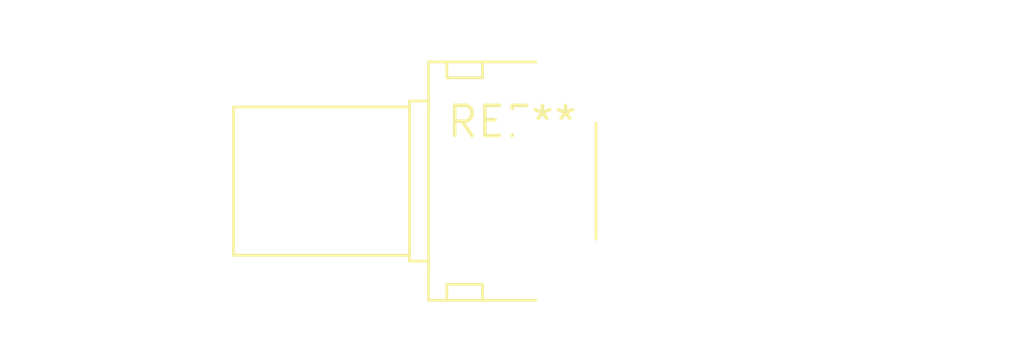
<source format=kicad_pcb>
(kicad_pcb (version 20240108) (generator pcbnew)
  (layers (0 "F.Cu" signal) (31 "B.Cu" signal) (34 "B.Paste" user) (35 "F.Paste" user) (36 "B.SilkS" user "B.Silkscreen") (37 "F.SilkS" user "F.Silkscreen") (38 "B.Mask" user) (39 "F.Mask" user) (44 "Edge.Cuts" user))
  (net 0 "")
  (footprint "Potentiometer_Alps_RK09K_Single_Horizontal" (layer "F.Cu") (at 0 0)
    (property "Reference" "REF**")
    (property "Value" "Potentiometer_Alps_RK09K_Single_Horizontal")
    (fp_line (start -11.72 5.62) (end -11.72 -0.62) (layer "F.SilkS") (stroke (width 0.12)))
    (fp_line (start -4.32 -0.62) (end -11.72 -0.62) (layer "F.SilkS") (stroke (width 0.12)))
    (fp_line (start -4.32 5.62) (end -11.72 5.62) (layer "F.SilkS") (stroke (width 0.12)))
    (fp_line (start -4.32 5.87) (end -4.32 -0.87) (layer "F.SilkS") (stroke (width 0.12)))
    (fp_line (start -3.52 -0.87) (end -4.32 -0.87) (layer "F.SilkS") (stroke (width 0.12)))
    (fp_line (start -3.52 5.87) (end -4.32 5.87) (layer "F.SilkS") (stroke (width 0.12)))
    (fp_line (start -3.52 7.521) (end -3.52 -2.52) (layer "F.SilkS") (stroke (width 0.12)))
    (fp_line (start -2.75 -2.52) (end -3.52 -2.52) (layer "F.SilkS") (stroke (width 0.12)))
    (fp_line (start -2.75 7.521) (end -3.52 7.521) (layer "F.SilkS") (stroke (width 0.12)))
    (fp_line (start -1.25 -2.52) (end 1 -2.52) (layer "F.SilkS") (stroke (width 0.12)))
    (fp_line (start 1 7.521) (end -1.25 7.521) (layer "F.SilkS") (stroke (width 0.12)))
    (fp_line (start 3.52 4.944) (end 3.52 0.055) (layer "F.SilkS") (stroke (width 0.12)))
    (fp_rect (start -2.75 -2.52) (end -1.25 -1.85) (layer "F.SilkS") (stroke (width 0.12)) (fill none))
    (fp_rect (start -2.75 6.85) (end -1.25 7.521) (layer "F.SilkS") (stroke (width 0.12)) (fill none))
    (pad "1" thru_hole rect (at 0 0 180) (size 1.8 1.8) (drill 1) (layers *.Cu *.Mask) (remove_unused_layers))
    (pad "2" thru_hole circle (at 0 2.5 180) (size 1.8 1.8) (drill 1) (layers *.Cu *.Mask) (remove_unused_layers))
    (pad "3" thru_hole circle (at 0 5 180) (size 1.8 1.8) (drill 1) (layers *.Cu *.Mask) (remove_unused_layers))
    (pad "MP" thru_hole roundrect (at 3.3 -2.5 180) (size 4 3) (drill oval 2.1 1.8) (layers *.Cu *.Mask) (remove_unused_layers))
    (pad "MP" thru_hole roundrect (at 3.3 7.5 180) (size 4 3) (drill oval 2.1 1.8) (layers *.Cu *.Mask) (remove_unused_layers))
  )
)
</source>
